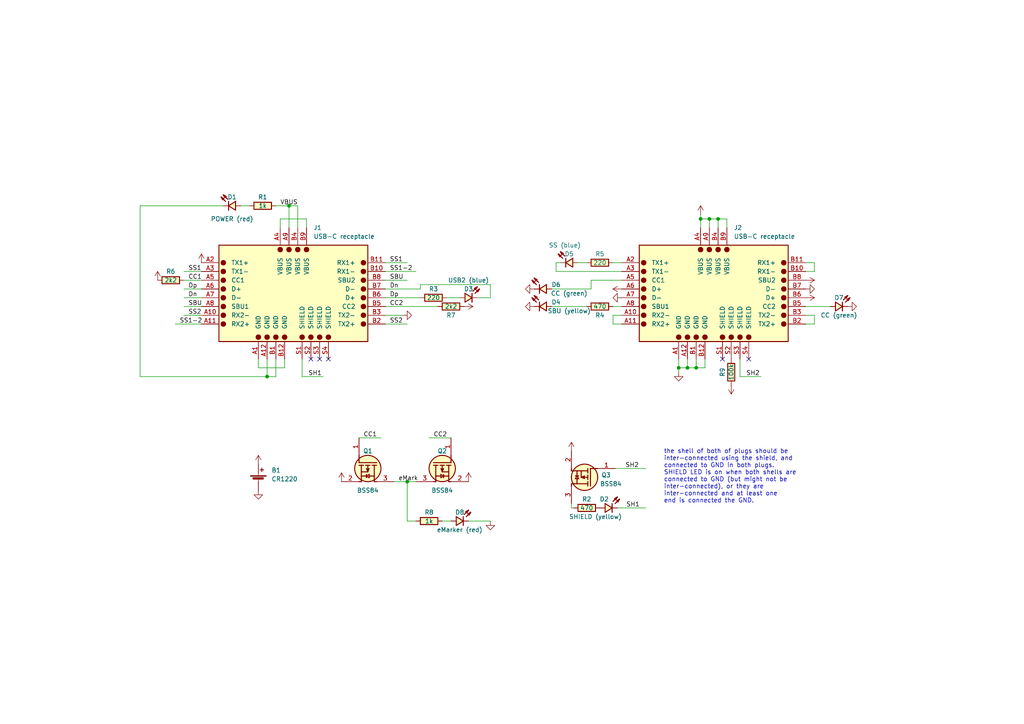
<source format=kicad_sch>
(kicad_sch (version 20211123) (generator eeschema)
  (paper "A4")
  (title_block (title "USB-C cable tester") (date "$date$") (rev "$version$.$revision$") (company "CuVoodoo") (comment 1 "King Kévin") (comment 2 "CERN-OHL-S"))
  (lib_symbols
    (symbol "Device:Battery_Cell" (pin_numbers hide) (pin_names (offset 0) hide)
      (property "Reference" "BT" (at 2.54 2.54 0))
      (property "Value" "Battery_Cell" (at 2.54 0 0))
      (symbol "Battery_Cell_0_1"
        (rectangle (start -2.286 1.778) (end 2.286 1.524) (fill (type outline)))
        (rectangle (start -1.5748 1.1938) (end 1.4732 0.6858) (fill (type outline)))
        (polyline (pts (xy 0 0.762) (xy 0 0)))
        (polyline (pts (xy 0 1.778) (xy 0 2.54)))
        (polyline (pts (xy 0.508 3.429) (xy 1.524 3.429)) (stroke (width 0.254)))
        (polyline (pts (xy 1.016 3.937) (xy 1.016 2.921)) (stroke (width 0.254)))
      )
      (symbol "Battery_Cell_1_1"
        (pin passive line (at 0 5.08 270) (length 2.54) (name "+") (number "1"))
        (pin passive line (at 0 -2.54 90) (length 2.54) (name "-") (number "2"))
      )
    )
    (symbol "mylib:BSS84" (pin_names (offset 1.016) hide)
      (property "Reference" "VT" (at 1.778 4.572 0))
      (property "Value" "BSS84" (at 1.778 -4.572 0))
      (symbol "BSS84_1_1"
        (polyline (pts (xy -3.81 -2.54) (xy -1.7018 -2.54)) (stroke (width 0.3048)))
        (polyline (pts (xy -1.7018 2.54) (xy -1.7018 -2.54)) (stroke (width 0.3048)))
        (polyline (pts (xy -0.9398 -1.8796) (xy 3.81 -1.8796)) (stroke (width 0.3048)))
        (polyline (pts (xy -0.9398 -1.2192) (xy -0.9398 -2.54)) (stroke (width 0.3048)))
        (polyline (pts (xy -0.9398 0) (xy 0.9652 0)) (stroke (width 0.3048)))
        (polyline (pts (xy -0.9398 0.6604) (xy -0.9398 -0.6604)) (stroke (width 0.3048)))
        (polyline (pts (xy -0.9398 1.8796) (xy 3.81 1.8796)) (stroke (width 0.3048)))
        (polyline (pts (xy -0.9398 2.54) (xy -0.9398 1.2192)) (stroke (width 0.3048)))
        (polyline (pts (xy 0.9652 0) (xy 0.9652 -1.8796)) (stroke (width 0.3048)))
        (polyline (pts (xy 1.7272 -0.4064) (xy 2.667 -0.4064)) (stroke (width 0.3048)))
        (polyline (pts (xy 2.1844 -0.4064) (xy 2.1844 -1.8796)) (stroke (width 0.3048)))
        (polyline (pts (xy 2.1844 1.8796) (xy 2.1844 0.4064)) (stroke (width 0.3048)))
        (polyline (pts (xy 3.81 -1.8796) (xy 3.81 -2.54)) (stroke (width 0.3048)))
        (polyline (pts (xy 3.81 1.8796) (xy 3.81 2.54)) (stroke (width 0.3048)))
        (polyline (pts (xy 0 0.381) (xy 0.9652 0) (xy 0 -0.381)) (stroke (width 0.3048)) (fill (type outline)))
        (polyline (pts (xy 1.7272 0.4064) (xy 2.667 0.4064) (xy 2.1844 -0.4064) (xy 1.7272 0.4064)) (stroke (width 0.3048)))
        (circle (center 0 0) (radius 3.81) (stroke (width 0.3048)) (fill (type background)))
        (pin input line (at -8.89 -2.54 0) (length 5.08) (name "G") (number "1"))
        (pin unspecified line (at 3.81 -7.62 90) (length 5.08) (name "S") (number "2"))
        (pin unspecified line (at 3.81 7.62 270) (length 5.08) (name "D") (number "3"))
      )
    )
    (symbol "mylib:LED0805" (pin_numbers hide) (pin_names (offset 1.016) hide)
      (property "Reference" "D" (at 0 2.032 0))
      (property "Value" "LED0805" (at 0 -2.032 0))
      (symbol "LED0805_1_1"
        (polyline (pts (xy 1.016 1.27) (xy 1.016 -1.27)) (stroke (width 0.3048)))
        (polyline (pts (xy 1.27 1.905) (xy 2.54 3.175)) (stroke (width 0.3048)))
        (polyline (pts (xy 1.905 1.27) (xy 3.175 2.54)) (stroke (width 0.3048)))
        (polyline (pts (xy -1.016 1.27) (xy 1.016 0) (xy -1.016 -1.27) (xy -1.016 1.27)) (stroke (width 0.3048)) (fill (type background)))
        (polyline (pts (xy 1.7272 2.7178) (xy 2.54 3.175) (xy 2.0828 2.3622) (xy 1.7272 2.7178)) (stroke (width 0.3048)) (fill (type outline)))
        (polyline (pts (xy 2.3622 2.0828) (xy 3.175 2.54) (xy 2.7178 1.7272) (xy 2.3622 2.0828)) (stroke (width 0.3048)) (fill (type outline)))
        (pin passive line (at 2.54 0 180) (length 1.524) (name "C") (number "1"))
        (pin passive line (at -2.54 0 0) (length 1.524) (name "A") (number "2"))
      )
    )
    (symbol "mylib:R0603" (pin_numbers hide) (pin_names (offset 1.016) hide)
      (property "Reference" "R" (at 0 1.778 0))
      (property "Value" "R0603" (at 0 -1.778 0))
      (symbol "R0603_1_1"
        (rectangle (start -2.54 1.016) (end 2.54 -1.016) (stroke (width 0.3048)) (fill (type background)))
        (pin passive line (at -3.81 0 0) (length 1.27) (name "L") (number "1"))
        (pin passive line (at 3.81 0 180) (length 1.27) (name "R") (number "2"))
      )
    )
    (symbol "mylib:XKB_U262-24XN-4BV64" (pin_names (offset 3.556))
      (property "Reference" "J" (at 0 0.762 0))
      (property "Value" "XKB_U262-24XN-4BV64" (at 32.512 -28.702 0))
      (symbol "XKB_U262-24XN-4BV64_1_1"
        (rectangle (start 0 0) (end 43.18 -27.94) (stroke (width 0.3048)) (fill (type background)))
        (circle (center 1.27 -22.86) (radius 0.635) (stroke (width 0.3048)) (fill (type outline)))
        (circle (center 1.27 -20.32) (radius 0.635) (stroke (width 0.3048)) (fill (type outline)))
        (circle (center 1.27 -17.78) (radius 0.635) (stroke (width 0.3048)) (fill (type outline)))
        (circle (center 1.27 -15.24) (radius 0.635) (stroke (width 0.3048)) (fill (type outline)))
        (circle (center 1.27 -12.7) (radius 0.635) (stroke (width 0.3048)) (fill (type outline)))
        (circle (center 1.27 -10.16) (radius 0.635) (stroke (width 0.3048)) (fill (type outline)))
        (circle (center 1.27 -7.62) (radius 0.635) (stroke (width 0.3048)) (fill (type outline)))
        (circle (center 1.27 -5.08) (radius 0.635) (stroke (width 0.3048)) (fill (type outline)))
        (circle (center 11.43 -26.67) (radius 0.635) (stroke (width 0.3048)) (fill (type outline)))
        (circle (center 13.97 -26.67) (radius 0.635) (stroke (width 0.3048)) (fill (type outline)))
        (circle (center 16.51 -26.67) (radius 0.635) (stroke (width 0.3048)) (fill (type outline)))
        (circle (center 17.78 -1.27) (radius 0.635) (stroke (width 0.3048)) (fill (type outline)))
        (circle (center 19.05 -26.67) (radius 0.635) (stroke (width 0.3048)) (fill (type outline)))
        (circle (center 20.32 -1.27) (radius 0.635) (stroke (width 0.3048)) (fill (type outline)))
        (circle (center 22.86 -1.27) (radius 0.635) (stroke (width 0.3048)) (fill (type outline)))
        (circle (center 24.13 -26.67) (radius 0.635) (stroke (width 0.3048)) (fill (type outline)))
        (circle (center 25.4 -1.27) (radius 0.635) (stroke (width 0.3048)) (fill (type outline)))
        (circle (center 26.67 -26.67) (radius 0.635) (stroke (width 0.3048)) (fill (type outline)))
        (circle (center 29.21 -26.67) (radius 0.635) (stroke (width 0.3048)) (fill (type outline)))
        (circle (center 31.75 -26.67) (radius 0.635) (stroke (width 0.3048)) (fill (type outline)))
        (circle (center 41.91 -22.86) (radius 0.635) (stroke (width 0.3048)) (fill (type outline)))
        (circle (center 41.91 -20.32) (radius 0.635) (stroke (width 0.3048)) (fill (type outline)))
        (circle (center 41.91 -17.78) (radius 0.635) (stroke (width 0.3048)) (fill (type outline)))
        (circle (center 41.91 -15.24) (radius 0.635) (stroke (width 0.3048)) (fill (type outline)))
        (circle (center 41.91 -12.7) (radius 0.635) (stroke (width 0.3048)) (fill (type outline)))
        (circle (center 41.91 -10.16) (radius 0.635) (stroke (width 0.3048)) (fill (type outline)))
        (circle (center 41.91 -7.62) (radius 0.635) (stroke (width 0.3048)) (fill (type outline)))
        (circle (center 41.91 -5.08) (radius 0.635) (stroke (width 0.3048)) (fill (type outline)))
        (pin power_in line (at 11.43 -33.02 90) (length 5.08) (name "GND") (number "A1"))
        (pin input line (at -5.08 -20.32 0) (length 5.08) (name "RX2-") (number "A10"))
        (pin input line (at -5.08 -22.86 0) (length 5.08) (name "RX2+") (number "A11"))
        (pin power_in line (at 13.97 -33.02 90) (length 5.08) (name "GND") (number "A12"))
        (pin output line (at -5.08 -5.08 0) (length 5.08) (name "TX1+") (number "A2"))
        (pin output line (at -5.08 -7.62 0) (length 5.08) (name "TX1-") (number "A3"))
        (pin power_in line (at 17.78 5.08 270) (length 5.08) (name "VBUS") (number "A4"))
        (pin bidirectional line (at -5.08 -10.16 0) (length 5.08) (name "CC1") (number "A5"))
        (pin bidirectional line (at -5.08 -12.7 0) (length 5.08) (name "D+") (number "A6"))
        (pin bidirectional line (at -5.08 -15.24 0) (length 5.08) (name "D-") (number "A7"))
        (pin bidirectional line (at -5.08 -17.78 0) (length 5.08) (name "SBU1") (number "A8"))
        (pin power_in line (at 20.32 5.08 270) (length 5.08) (name "VBUS") (number "A9"))
        (pin power_in line (at 16.51 -33.02 90) (length 5.08) (name "GND") (number "B1"))
        (pin input line (at 48.26 -7.62 180) (length 5.08) (name "RX1-") (number "B10"))
        (pin input line (at 48.26 -5.08 180) (length 5.08) (name "RX1+") (number "B11"))
        (pin power_in line (at 19.05 -33.02 90) (length 5.08) (name "GND") (number "B12"))
        (pin output line (at 48.26 -22.86 180) (length 5.08) (name "TX2+") (number "B2"))
        (pin output line (at 48.26 -20.32 180) (length 5.08) (name "TX2-") (number "B3"))
        (pin power_in line (at 22.86 5.08 270) (length 5.08) (name "VBUS") (number "B4"))
        (pin bidirectional line (at 48.26 -17.78 180) (length 5.08) (name "CC2") (number "B5"))
        (pin bidirectional line (at 48.26 -15.24 180) (length 5.08) (name "D+") (number "B6"))
        (pin bidirectional line (at 48.26 -12.7 180) (length 5.08) (name "D-") (number "B7"))
        (pin bidirectional line (at 48.26 -10.16 180) (length 5.08) (name "SBU2") (number "B8"))
        (pin power_in line (at 25.4 5.08 270) (length 5.08) (name "VBUS") (number "B9"))
        (pin passive line (at 24.13 -33.02 90) (length 5.08) (name "SHIELD") (number "S1"))
        (pin passive line (at 26.67 -33.02 90) (length 5.08) (name "SHIELD") (number "S2"))
        (pin passive line (at 29.21 -33.02 90) (length 5.08) (name "SHIELD") (number "S3"))
        (pin passive line (at 31.75 -33.02 90) (length 5.08) (name "SHIELD") (number "S4"))
      )
    )
    (symbol "power:GND" (power) (pin_names (offset 0))
      (property "Value" "GND" (at 0 -3.81 0))
      (symbol "GND_0_1"
        (polyline (pts (xy 0 0) (xy 0 -1.27) (xy 1.27 -1.27) (xy 0 -2.54) (xy -1.27 -1.27) (xy 0 -1.27)))
      )
      (symbol "GND_1_1"
        (pin power_in line (at 0 0 270) (length 0) hide (name "GND") (number "1"))
      )
    )
    (symbol "power:VCC" (power) (pin_names (offset 0))
      (property "Value" "VCC" (at 0 3.81 0))
      (symbol "VCC_0_1"
        (polyline (pts (xy -0.762 1.27) (xy 0 2.54)))
        (polyline (pts (xy 0 0) (xy 0 2.54)))
        (polyline (pts (xy 0 2.54) (xy 0.762 1.27)))
      )
      (symbol "VCC_1_1"
        (pin power_in line (at 0 0 90) (length 0) hide (name "VCC") (number "1"))
      )
    )
    (symbol "qeda:BSS84" (pin_names (offset 1.016) hide)
      (property "Reference" "VT" (at 1.778 4.572 0))
      (property "Value" "BSS84" (at 1.778 -4.572 0))
      (symbol "BSS84_1_1"
        (polyline (pts (xy -3.81 -2.54) (xy -1.7018 -2.54)) (stroke (width 0.3048)))
        (polyline (pts (xy -1.7018 2.54) (xy -1.7018 -2.54)) (stroke (width 0.3048)))
        (polyline (pts (xy -0.9398 -1.8796) (xy 3.81 -1.8796)) (stroke (width 0.3048)))
        (polyline (pts (xy -0.9398 -1.2192) (xy -0.9398 -2.54)) (stroke (width 0.3048)))
        (polyline (pts (xy -0.9398 0) (xy 0.9652 0)) (stroke (width 0.3048)))
        (polyline (pts (xy -0.9398 0.6604) (xy -0.9398 -0.6604)) (stroke (width 0.3048)))
        (polyline (pts (xy -0.9398 1.8796) (xy 3.81 1.8796)) (stroke (width 0.3048)))
        (polyline (pts (xy -0.9398 2.54) (xy -0.9398 1.2192)) (stroke (width 0.3048)))
        (polyline (pts (xy 0.9652 0) (xy 0.9652 -1.8796)) (stroke (width 0.3048)))
        (polyline (pts (xy 1.7272 -0.4064) (xy 2.667 -0.4064)) (stroke (width 0.3048)))
        (polyline (pts (xy 2.1844 -0.4064) (xy 2.1844 -1.8796)) (stroke (width 0.3048)))
        (polyline (pts (xy 2.1844 1.8796) (xy 2.1844 0.4064)) (stroke (width 0.3048)))
        (polyline (pts (xy 3.81 -1.8796) (xy 3.81 -2.54)) (stroke (width 0.3048)))
        (polyline (pts (xy 3.81 1.8796) (xy 3.81 2.54)) (stroke (width 0.3048)))
        (polyline (pts (xy 0 0.381) (xy 0.9652 0) (xy 0 -0.381)) (stroke (width 0.3048)) (fill (type outline)))
        (polyline (pts (xy 1.7272 0.4064) (xy 2.667 0.4064) (xy 2.1844 -0.4064) (xy 1.7272 0.4064)) (stroke (width 0.3048)))
        (circle (center 0 0) (radius 3.81) (stroke (width 0.3048)) (fill (type background)))
        (pin input line (at -8.89 -2.54 0) (length 5.08) (name "G") (number "1"))
        (pin unspecified line (at 3.81 -7.62 90) (length 5.08) (name "S") (number "2"))
        (pin unspecified line (at 3.81 7.62 270) (length 5.08) (name "D") (number "3"))
      )
    )
    (symbol "qeda:LED0805" (pin_numbers hide) (pin_names (offset 1.016) hide)
      (property "Reference" "D" (at 0 2.032 0))
      (property "Value" "LED0805" (at 0 -2.032 0))
      (symbol "LED0805_1_1"
        (polyline (pts (xy 1.016 1.27) (xy 1.016 -1.27)) (stroke (width 0.3048)))
        (polyline (pts (xy 1.27 1.905) (xy 2.54 3.175)) (stroke (width 0.3048)))
        (polyline (pts (xy 1.905 1.27) (xy 3.175 2.54)) (stroke (width 0.3048)))
        (polyline (pts (xy -1.016 1.27) (xy 1.016 0) (xy -1.016 -1.27) (xy -1.016 1.27)) (stroke (width 0.3048)) (fill (type background)))
        (polyline (pts (xy 1.7272 2.7178) (xy 2.54 3.175) (xy 2.0828 2.3622) (xy 1.7272 2.7178)) (stroke (width 0.3048)) (fill (type outline)))
        (polyline (pts (xy 2.3622 2.0828) (xy 3.175 2.54) (xy 2.7178 1.7272) (xy 2.3622 2.0828)) (stroke (width 0.3048)) (fill (type outline)))
        (pin passive line (at 2.54 0 180) (length 1.524) (name "C") (number "1"))
        (pin passive line (at -2.54 0 0) (length 1.524) (name "A") (number "2"))
      )
    )
    (symbol "qeda:R0603" (pin_numbers hide) (pin_names (offset 1.016) hide)
      (property "Reference" "R" (at 0 1.778 0))
      (property "Value" "R0603" (at 0 -1.778 0))
      (symbol "R0603_1_1"
        (rectangle (start -2.54 1.016) (end 2.54 -1.016) (stroke (width 0.3048)) (fill (type background)))
        (pin passive line (at -3.81 0 0) (length 1.27) (name "L") (number "1"))
        (pin passive line (at 3.81 0 180) (length 1.27) (name "R") (number "2"))
      )
    )
  )
  (junction (at 201.93 106.68))
  (junction (at 77.47 109.22))
  (junction (at 196.85 106.68))
  (junction (at 118.11 139.7))
  (junction (at 205.74 63.5))
  (junction (at 199.39 106.68))
  (junction (at 83.82 59.69))
  (junction (at 203.2 63.5))
  (junction (at 208.28 63.5))
  (no_connect (at 209.55 104.14))
  (no_connect (at 217.17 104.14))
  (no_connect (at 92.71 104.14))
  (no_connect (at 90.17 104.14))
  (no_connect (at 95.25 104.14))
  (wire (pts (xy 142.24 82.55) (xy 121.92 82.55)))
  (wire (pts (xy 128.27 151.13) (xy 130.81 151.13)))
  (wire (pts (xy 236.22 93.98) (xy 233.68 93.98)))
  (wire (pts (xy 80.01 104.14) (xy 80.01 109.22)))
  (wire (pts (xy 40.64 109.22) (xy 77.47 109.22)))
  (wire (pts (xy 196.85 106.68) (xy 199.39 106.68)))
  (wire (pts (xy 53.34 88.9) (xy 58.42 88.9)))
  (wire (pts (xy 171.45 81.28) (xy 171.45 83.82)))
  (wire (pts (xy 210.82 63.5) (xy 208.28 63.5)))
  (wire (pts (xy 135.89 151.13) (xy 142.24 151.13)))
  (wire (pts (xy 236.22 91.44) (xy 236.22 93.98)))
  (wire (pts (xy 118.11 139.7) (xy 118.11 151.13)))
  (wire (pts (xy 138.43 86.36) (xy 142.24 86.36)))
  (wire (pts (xy 236.22 76.2) (xy 236.22 78.74)))
  (wire (pts (xy 74.93 106.68) (xy 82.55 106.68)))
  (wire (pts (xy 111.76 76.2) (xy 118.11 76.2)))
  (wire (pts (xy 233.68 88.9) (xy 240.792 88.9)))
  (wire (pts (xy 86.36 66.04) (xy 86.36 59.69)))
  (wire (pts (xy 214.63 104.14) (xy 214.63 109.22)))
  (wire (pts (xy 165.735 146.05) (xy 165.735 147.32)))
  (wire (pts (xy 162.56 76.2) (xy 161.29 76.2)))
  (wire (pts (xy 203.2 62.23) (xy 203.2 63.5)))
  (wire (pts (xy 88.9 63.5) (xy 88.9 66.04)))
  (wire (pts (xy 53.34 91.44) (xy 58.42 91.44)))
  (wire (pts (xy 50.8 93.98) (xy 58.42 93.98)))
  (wire (pts (xy 86.36 59.69) (xy 83.82 59.69)))
  (wire (pts (xy 118.11 139.7) (xy 120.65 139.7)))
  (wire (pts (xy 199.39 106.68) (xy 199.39 104.14)))
  (wire (pts (xy 40.64 59.69) (xy 40.64 109.22)))
  (wire (pts (xy 83.82 59.69) (xy 80.01 59.69)))
  (wire (pts (xy 81.28 63.5) (xy 88.9 63.5)))
  (wire (pts (xy 167.64 76.2) (xy 170.18 76.2)))
  (wire (pts (xy 80.01 109.22) (xy 77.47 109.22)))
  (wire (pts (xy 196.85 107.95) (xy 196.85 106.68)))
  (wire (pts (xy 114.3 139.7) (xy 118.11 139.7)))
  (wire (pts (xy 111.76 86.36) (xy 121.92 86.36)))
  (wire (pts (xy 177.8 93.98) (xy 180.34 93.98)))
  (wire (pts (xy 171.45 83.82) (xy 160.02 83.82)))
  (wire (pts (xy 111.76 93.98) (xy 118.11 93.98)))
  (wire (pts (xy 208.28 66.04) (xy 208.28 63.5)))
  (wire (pts (xy 180.34 81.28) (xy 171.45 81.28)))
  (wire (pts (xy 129.54 86.36) (xy 133.35 86.36)))
  (wire (pts (xy 203.2 63.5) (xy 203.2 66.04)))
  (wire (pts (xy 64.77 59.69) (xy 40.64 59.69)))
  (wire (pts (xy 53.34 78.74) (xy 58.42 78.74)))
  (wire (pts (xy 196.85 106.68) (xy 196.85 104.14)))
  (wire (pts (xy 179.07 147.32) (xy 187.325 147.32)))
  (wire (pts (xy 233.68 91.44) (xy 236.22 91.44)))
  (wire (pts (xy 111.76 83.82) (xy 121.92 83.82)))
  (wire (pts (xy 82.55 104.14) (xy 82.55 106.68)))
  (wire (pts (xy 81.28 66.04) (xy 81.28 63.5)))
  (wire (pts (xy 201.93 106.68) (xy 201.93 104.14)))
  (wire (pts (xy 178.435 135.89) (xy 187.325 135.89)))
  (wire (pts (xy 142.24 86.36) (xy 142.24 82.55)))
  (wire (pts (xy 87.63 109.22) (xy 93.726 109.22)))
  (wire (pts (xy 104.14 127) (xy 110.49 127)))
  (wire (pts (xy 201.93 106.68) (xy 204.47 106.68)))
  (wire (pts (xy 53.34 86.36) (xy 58.42 86.36)))
  (wire (pts (xy 83.82 66.04) (xy 83.82 59.69)))
  (wire (pts (xy 199.39 106.68) (xy 201.93 106.68)))
  (wire (pts (xy 180.34 76.2) (xy 177.8 76.2)))
  (wire (pts (xy 204.47 106.68) (xy 204.47 104.14)))
  (wire (pts (xy 161.29 76.2) (xy 161.29 78.74)))
  (wire (pts (xy 180.34 78.74) (xy 161.29 78.74)))
  (wire (pts (xy 53.34 83.82) (xy 58.42 83.82)))
  (wire (pts (xy 121.92 82.55) (xy 121.92 83.82)))
  (wire (pts (xy 53.34 81.28) (xy 58.42 81.28)))
  (wire (pts (xy 160.02 88.9) (xy 170.18 88.9)))
  (wire (pts (xy 177.8 91.44) (xy 177.8 93.98)))
  (wire (pts (xy 165.735 147.32) (xy 166.37 147.32)))
  (wire (pts (xy 205.74 66.04) (xy 205.74 63.5)))
  (wire (pts (xy 111.76 88.9) (xy 127 88.9)))
  (wire (pts (xy 177.8 88.9) (xy 180.34 88.9)))
  (wire (pts (xy 124.46 127) (xy 130.81 127)))
  (wire (pts (xy 208.28 63.5) (xy 205.74 63.5)))
  (wire (pts (xy 210.82 66.04) (xy 210.82 63.5)))
  (wire (pts (xy 87.63 104.14) (xy 87.63 109.22)))
  (wire (pts (xy 116.84 91.44) (xy 111.76 91.44)))
  (wire (pts (xy 180.34 91.44) (xy 177.8 91.44)))
  (wire (pts (xy 236.22 78.74) (xy 233.68 78.74)))
  (wire (pts (xy 233.68 76.2) (xy 236.22 76.2)))
  (wire (pts (xy 111.76 81.28) (xy 118.11 81.28)))
  (wire (pts (xy 69.85 59.69) (xy 72.39 59.69)))
  (wire (pts (xy 118.11 151.13) (xy 120.65 151.13)))
  (wire (pts (xy 74.93 104.14) (xy 74.93 106.68)))
  (wire (pts (xy 111.76 78.74) (xy 120.65 78.74)))
  (wire (pts (xy 214.63 109.22) (xy 220.726 109.22)))
  (wire (pts (xy 77.47 109.22) (xy 77.47 104.14)))
  (wire (pts (xy 205.74 63.5) (xy 203.2 63.5)))
  (text "the shell of both of plugs should be\ninter-connected using the shield, and\nconnected to GND in both plugs.\nSHIELD LED is on when both shells are\nconnected to GND (but might not be\ninter-connected), or they are\ninter-connected and at least one\nend is connected the GND." (at 192.532 146.05 0) (effects (font (size 1.27 1.27)) (justify left bottom)))
  (label "CC2" (at 113.03 88.9 0))
  (label "CC2" (at 125.73 127 0))
  (label "SS2" (at 54.61 91.44 0))
  (label "SS1" (at 113.03 76.2 0))
  (label "SBU" (at 113.03 81.28 0))
  (label "SH1" (at 89.408 109.22 0))
  (label "Dp" (at 113.03 86.36 0))
  (label "SH2" (at 216.408 109.22 0))
  (label "Dn" (at 113.03 83.82 0))
  (label "CC1" (at 54.61 81.28 0))
  (label "SS2" (at 113.03 93.98 0))
  (label "SS1-2" (at 52.07 93.98 0))
  (label "VBUS" (at 81.28 59.69 0))
  (label "SS1-2" (at 113.03 78.74 0))
  (label "Dp" (at 54.61 83.82 0))
  (label "SH1" (at 181.61 147.32 0))
  (label "SBU" (at 54.61 88.9 0))
  (label "eMark" (at 115.57 139.7 0))
  (label "SS1" (at 54.61 78.74 0))
  (label "CC1" (at 105.41 127 0))
  (label "SH2" (at 181.356 135.89 0))
  (label "Dn" (at 54.61 86.36 0))
  (symbol (lib_id "mylib:R0603") (at 76.2 59.69 0) (unit 1)
    (property "Reference" "R1" (at 76.2 57.15 0))
    (property "Value" "1k" (at 76.2 59.69 0))
    (property "Footprint" "mylib:UC1608X55N" (effects hide))
    (property "LCSC" "C21190" (effects hide))
    (property "JLCPCB_CORRECTION" "0;0;90" (effects hide))
  )
  (symbol (lib_id "mylib:R0603") (at 49.53 81.28 0) (unit 1)
    (property "Reference" "R6" (at 49.53 78.74 0))
    (property "Value" "2k2" (at 49.53 81.28 0))
    (property "Footprint" "mylib:UC1608X55N" (effects hide))
    (property "LCSC" "C4190" (effects hide))
    (property "JLCPCB_CORRECTION" "0;0;90" (effects hide))
  )
  (symbol (lib_id "mylib:LED0805") (at 165.1 76.2 0) (mirror y) (unit 1)
    (property "Reference" "D5" (at 165.1 73.66 0))
    (property "Value" "SS (blue)" (at 163.83 71.12 0))
    (property "Footprint" "qeda:LEDC1608X90N" (effects hide))
    (property "LCSC" "C72041" (effects hide))
    (property "JLCPCB_CORRECTION" "0;0;-90" (effects hide))
  )
  (symbol (lib_id "mylib:BSS84") (at 106.68 135.89 270) (unit 1)
    (property "Reference" "Q1" (at 106.68 130.81 90))
    (property "Value" "BSS84" (at 106.68 142.24 90))
    (property "Footprint" "mylib:SOT95P237X112-3N" (effects hide))
    (property "Datasheet" "https://assets.nexperia.com/documents/data-sheet/BSS84.pdf" (effects hide))
    (property "LCSC" "C8492" (effects hide))
    (property "JLCPCB_CORRECTION" "0;0;180" (effects hide))
    (property "LCSC_OLD" "C114481" (effects hide))
  )
  (symbol (lib_id "qeda:R0603") (at 170.18 147.32 0) (unit 1)
    (property "Reference" "R2" (at 170.18 144.78 0))
    (property "Value" "470" (at 170.18 147.32 0))
    (property "Footprint" "mylib:UC1608X55N" (effects hide))
    (property "LCSC" "C23179" (effects hide))
    (property "JLCPCB_CORRECTION" "0;0;90" (effects hide))
  )
  (symbol (lib_id "mylib:R0603") (at 130.81 88.9 0) (unit 1)
    (property "Reference" "R7" (at 130.81 91.44 0))
    (property "Value" "2k2" (at 130.81 88.9 0))
    (property "Footprint" "mylib:UC1608X55N" (effects hide))
    (property "LCSC" "C4190" (effects hide))
    (property "JLCPCB_CORRECTION" "0;0;90" (effects hide))
  )
  (symbol (lib_id "power:GND") (at 233.68 83.82 90) (unit 1)
    (property "Reference" "#PWR0118" (effects hide))
    (property "Value" "GND" (effects hide))
  )
  (symbol (lib_id "power:VCC") (at 165.735 130.81 0) (unit 1)
    (property "Reference" "#PWR0105" (effects hide))
    (property "Value" "VCC" (effects hide))
  )
  (symbol (lib_id "qeda:BSS84") (at 169.545 138.43 180) (unit 1)
    (property "Reference" "Q3" (at 177.165 137.795 0) (effects (justify left)))
    (property "Value" "BSS84" (at 180.34 140.335 0) (effects (justify left)))
    (property "Footprint" "mylib:SOT95P237X112-3N" (effects hide))
    (property "Datasheet" "https://assets.nexperia.com/documents/data-sheet/BSS84.pdf" (effects hide))
    (property "LCSC" "C8492" (effects hide))
    (property "JLCPCB_CORRECTION" "0;0;180" (effects hide))
    (property "LCSC_OLD" "C114481" (effects hide))
  )
  (symbol (lib_id "power:GND") (at 196.85 107.95 0) (unit 1)
    (property "Reference" "#PWR0121" (effects hide))
    (property "Value" "GND" (effects hide))
  )
  (symbol (lib_id "Device:Battery_Cell") (at 74.93 139.7 0) (unit 1)
    (property "Reference" "B1" (at 78.74 136.3979 0) (effects (justify left)))
    (property "Value" "CR1220" (at 78.74 138.9379 0) (effects (justify left)))
    (property "Footprint" "mylib:CONNECTOR_MY-1220-03" (effects hide))
    (property "Datasheet" "https://datasheet.lcsc.com/lcsc/2012181809_MYOUNG-MY-1220-03_C964818.pdf" (effects hide))
    (property "LCSC" "C964818" (effects hide))
    (property "JLCPCB_CORRECTION" "0;-1.1;0" (effects hide))
  )
  (symbol (lib_id "power:GND") (at 180.34 86.36 270) (mirror x) (unit 1)
    (property "Reference" "#PWR0108" (effects hide))
    (property "Value" "GND" (effects hide))
  )
  (symbol (lib_id "power:VCC") (at 212.09 111.76 180) (unit 1)
    (property "Reference" "#PWR0113" (effects hide))
    (property "Value" "VCC" (effects hide))
  )
  (symbol (lib_id "qeda:R0603") (at 212.09 107.95 270) (unit 1)
    (property "Reference" "R9" (at 209.55 107.95 0))
    (property "Value" "100k" (at 212.09 107.95 0))
    (property "Footprint" "mylib:UC1608X55N" (effects hide))
    (property "LCSC" "C25803" (effects hide))
    (property "JLCPCB_CORRECTION" "0;0;90" (effects hide))
  )
  (symbol (lib_id "power:GND") (at 245.872 88.9 90) (unit 1)
    (property "Reference" "#PWR0120" (effects hide))
    (property "Value" "GND" (effects hide))
  )
  (symbol (lib_id "power:GND") (at 116.84 91.44 90) (unit 1)
    (property "Reference" "#PWR0104" (effects hide))
    (property "Value" "GND" (effects hide))
  )
  (symbol (lib_id "mylib:XKB_U262-24XN-4BV64") (at 185.42 71.12 0) (unit 1)
    (property "Reference" "J2" (at 212.8394 66.04 0) (effects (justify left)))
    (property "Value" "USB-C receptacle" (at 212.8394 68.58 0) (effects (justify left)))
    (property "Footprint" "mylib:CONNECTOR_XKB_U262-24XN-4BV64" (effects hide))
    (property "Datasheet" "http://www.helloxkb.com/public/images/pdf/U262-24XN-4BV64.pdf" (effects hide))
    (property "LCSC" "C388660" (effects hide))
    (property "JLCPCB_CORRECTION" "0;-1.3;0" (effects hide))
  )
  (symbol (lib_id "mylib:LED0805") (at 157.48 88.9 0) (mirror y) (unit 1)
    (property "Reference" "D4" (at 161.29 87.63 0))
    (property "Value" "SBU (yellow)" (at 165.1 90.17 0))
    (property "Footprint" "qeda:LEDC1608X90N" (effects hide))
    (property "LCSC" "C72038" (effects hide))
    (property "JLCPCB_CORRECTION" "0;0;-90" (effects hide))
  )
  (symbol (lib_id "mylib:XKB_U262-24XN-4BV64") (at 63.5 71.12 0) (unit 1)
    (property "Reference" "J1" (at 90.9194 66.04 0) (effects (justify left)))
    (property "Value" "USB-C receptacle" (at 90.9194 68.58 0) (effects (justify left)))
    (property "Footprint" "mylib:CONNECTOR_XKB_U262-24XN-4BV64" (effects hide))
    (property "Datasheet" "http://www.helloxkb.com/public/images/pdf/U262-24XN-4BV64.pdf" (effects hide))
    (property "LCSC" "C388660" (effects hide))
    (property "JLCPCB_CORRECTION" "0;-1.3;0" (effects hide))
  )
  (symbol (lib_id "power:VCC") (at 58.42 76.2 0) (unit 1)
    (property "Reference" "#PWR0101" (effects hide))
    (property "Value" "VCC" (effects hide))
  )
  (symbol (lib_id "mylib:LED0805") (at 157.48 83.82 0) (mirror y) (unit 1)
    (property "Reference" "D6" (at 161.29 82.55 0))
    (property "Value" "CC (green)" (at 165.1 85.09 0))
    (property "Footprint" "qeda:LEDC1608X90N" (effects hide))
    (property "LCSC" "C72043" (effects hide))
    (property "JLCPCB_CORRECTION" "0;0;-90" (effects hide))
  )
  (symbol (lib_id "power:VCC") (at 134.62 88.9 270) (unit 1)
    (property "Reference" "#PWR0103" (effects hide))
    (property "Value" "VCC" (effects hide))
  )
  (symbol (lib_id "power:VCC") (at 203.2 62.23 0) (unit 1)
    (property "Reference" "#PWR0115" (effects hide))
    (property "Value" "VCC" (effects hide))
  )
  (symbol (lib_id "mylib:LED0805") (at 135.89 86.36 0) (unit 1)
    (property "Reference" "D3" (at 135.89 83.82 0))
    (property "Value" "USB2 (blue)" (at 135.89 81.28 0))
    (property "Footprint" "qeda:LEDC1608X90N" (effects hide))
    (property "LCSC" "C72041" (effects hide))
    (property "JLCPCB_CORRECTION" "0;0;-90" (effects hide))
  )
  (symbol (lib_id "power:VCC") (at 99.06 139.7 0) (unit 1)
    (property "Reference" "#PWR0110" (effects hide))
    (property "Value" "VCC" (effects hide))
  )
  (symbol (lib_id "power:VCC") (at 45.72 81.28 0) (unit 1)
    (property "Reference" "#PWR0102" (effects hide))
    (property "Value" "VCC" (effects hide))
  )
  (symbol (lib_id "power:VCC") (at 233.68 86.36 270) (unit 1)
    (property "Reference" "#PWR0119" (effects hide))
    (property "Value" "VCC" (effects hide))
  )
  (symbol (lib_id "mylib:LED0805") (at 133.35 151.13 0) (unit 1)
    (property "Reference" "D8" (at 133.35 148.59 0))
    (property "Value" "eMarker (red)" (at 133.35 153.67 0))
    (property "Footprint" "qeda:LEDC1608X90N" (effects hide))
    (property "LCSC" "C2286" (effects hide))
    (property "JLCPCB_CORRECTION" "0;0;-90" (effects hide))
  )
  (symbol (lib_id "power:GND") (at 74.93 142.24 0) (unit 1)
    (property "Reference" "#PWR0122" (effects hide))
    (property "Value" "GND" (effects hide))
  )
  (symbol (lib_id "power:GND") (at 154.94 88.9 270) (mirror x) (unit 1)
    (property "Reference" "#PWR0106" (effects hide))
    (property "Value" "GND" (effects hide))
  )
  (symbol (lib_id "qeda:LED0805") (at 176.53 147.32 0) (unit 1)
    (property "Reference" "D2" (at 175.26 144.78 0))
    (property "Value" "SHIELD (yellow)" (at 172.72 149.86 0))
    (property "Footprint" "qeda:LEDC1608X90N" (effects hide))
    (property "LCSC" "C72038" (effects hide))
    (property "JLCPCB_CORRECTION" "0;0;-90" (effects hide))
  )
  (symbol (lib_id "mylib:R0603") (at 173.99 76.2 0) (unit 1)
    (property "Reference" "R5" (at 173.99 73.66 0))
    (property "Value" "220" (at 173.99 76.2 0))
    (property "Footprint" "mylib:UC1608X55N" (effects hide))
    (property "LCSC" "C22962" (effects hide))
    (property "JLCPCB_CORRECTION" "0;0;90" (effects hide))
  )
  (symbol (lib_id "mylib:R0603") (at 124.46 151.13 0) (unit 1)
    (property "Reference" "R8" (at 124.46 148.59 0))
    (property "Value" "1k" (at 124.46 151.13 0))
    (property "Footprint" "mylib:UC1608X55N" (effects hide))
    (property "LCSC" "C21190" (effects hide))
    (property "JLCPCB_CORRECTION" "0;0;90" (effects hide))
  )
  (symbol (lib_id "power:VCC") (at 233.68 81.28 270) (unit 1)
    (property "Reference" "#PWR0117" (effects hide))
    (property "Value" "VCC" (effects hide))
  )
  (symbol (lib_id "mylib:LED0805") (at 67.31 59.69 0) (mirror y) (unit 1)
    (property "Reference" "D1" (at 67.31 57.15 0))
    (property "Value" "POWER (red)" (at 67.31 63.5 0))
    (property "Footprint" "qeda:LEDC1608X90N" (effects hide))
    (property "LCSC" "C2286" (effects hide))
    (property "JLCPCB_CORRECTION" "0;0;-90" (effects hide))
  )
  (symbol (lib_id "power:GND") (at 154.94 83.82 270) (mirror x) (unit 1)
    (property "Reference" "#PWR0107" (effects hide))
    (property "Value" "GND" (effects hide))
  )
  (symbol (lib_id "mylib:R0603") (at 125.73 86.36 0) (unit 1)
    (property "Reference" "R3" (at 125.73 83.82 0))
    (property "Value" "220" (at 125.73 86.36 0))
    (property "Footprint" "mylib:UC1608X55N" (effects hide))
    (property "LCSC" "C22962" (effects hide))
    (property "JLCPCB_CORRECTION" "0;0;90" (effects hide))
  )
  (symbol (lib_id "mylib:BSS84") (at 128.27 135.89 90) (mirror x) (unit 1)
    (property "Reference" "Q2" (at 128.27 130.81 90))
    (property "Value" "BSS84" (at 128.27 142.24 90))
    (property "Footprint" "mylib:SOT95P237X112-3N" (effects hide))
    (property "Datasheet" "https://assets.nexperia.com/documents/data-sheet/BSS84.pdf" (effects hide))
    (property "LCSC" "C8492" (effects hide))
    (property "JLCPCB_CORRECTION" "0;0;180" (effects hide))
    (property "LCSC_OLD" "C114481" (effects hide))
  )
  (symbol (lib_id "power:VCC") (at 74.93 134.62 0) (unit 1)
    (property "Reference" "#PWR0123" (effects hide))
    (property "Value" "VCC" (effects hide))
  )
  (symbol (lib_id "mylib:R0603") (at 173.99 88.9 0) (unit 1)
    (property "Reference" "R4" (at 173.99 91.44 0))
    (property "Value" "470" (at 173.99 88.9 0))
    (property "Footprint" "mylib:UC1608X55N" (effects hide))
    (property "LCSC" "C23179" (effects hide))
    (property "JLCPCB_CORRECTION" "0;0;90" (effects hide))
  )
  (symbol (lib_id "power:VCC") (at 135.89 139.7 0) (unit 1)
    (property "Reference" "#PWR0112" (effects hide))
    (property "Value" "VCC" (effects hide))
  )
  (symbol (lib_id "power:GND") (at 142.24 151.13 0) (unit 1)
    (property "Reference" "#PWR0111" (effects hide))
    (property "Value" "GND" (effects hide))
  )
  (symbol (lib_id "mylib:LED0805") (at 243.332 88.9 0) (unit 1)
    (property "Reference" "D7" (at 243.332 86.36 0))
    (property "Value" "CC (green)" (at 243.332 91.44 0))
    (property "Footprint" "qeda:LEDC1608X90N" (effects hide))
    (property "LCSC" "C72043" (effects hide))
    (property "JLCPCB_CORRECTION" "0;0;-90" (effects hide))
  )
  (symbol (lib_id "power:VCC") (at 180.34 83.82 90) (unit 1)
    (property "Reference" "#PWR0109" (effects hide))
    (property "Value" "VCC" (effects hide))
  )
)
</source>
